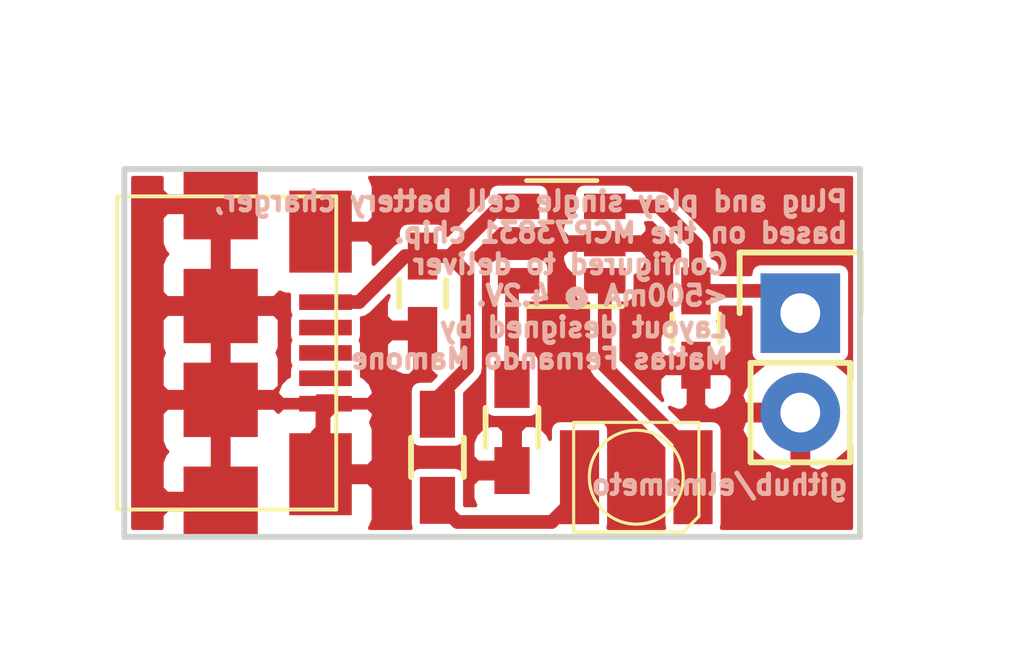
<source format=kicad_pcb>
(kicad_pcb (version 4) (host pcbnew 4.0.5)

  (general
    (links 19)
    (no_connects 0)
    (area 135.686999 100.573999 154.633001 110.122001)
    (thickness 1.6)
    (drawings 6)
    (tracks 25)
    (zones 0)
    (modules 8)
    (nets 7)
  )

  (page A4)
  (layers
    (0 F.Cu signal)
    (31 B.Cu signal)
    (32 B.Adhes user)
    (33 F.Adhes user)
    (34 B.Paste user)
    (35 F.Paste user)
    (36 B.SilkS user)
    (37 F.SilkS user)
    (38 B.Mask user)
    (39 F.Mask user)
    (40 Dwgs.User user)
    (41 Cmts.User user)
    (42 Eco1.User user)
    (43 Eco2.User user)
    (44 Edge.Cuts user)
    (45 Margin user)
    (46 B.CrtYd user)
    (47 F.CrtYd user)
    (48 B.Fab user)
    (49 F.Fab user)
  )

  (setup
    (last_trace_width 0.35)
    (trace_clearance 0.2)
    (zone_clearance 0.1)
    (zone_45_only no)
    (trace_min 0.2)
    (segment_width 0.2)
    (edge_width 0.15)
    (via_size 0.6)
    (via_drill 0.4)
    (via_min_size 0.4)
    (via_min_drill 0.3)
    (uvia_size 0.3)
    (uvia_drill 0.1)
    (uvias_allowed no)
    (uvia_min_size 0.2)
    (uvia_min_drill 0.1)
    (pcb_text_width 0.3)
    (pcb_text_size 0.8 0.8)
    (mod_edge_width 0.15)
    (mod_text_size 0.5 0.5)
    (mod_text_width 0.15)
    (pad_size 1.524 1.524)
    (pad_drill 0.762)
    (pad_to_mask_clearance 0.2)
    (aux_axis_origin 135 115)
    (grid_origin 135 115)
    (visible_elements FFFFFF7F)
    (pcbplotparams
      (layerselection 0x01000_00000000)
      (usegerberextensions false)
      (excludeedgelayer true)
      (linewidth 0.100000)
      (plotframeref false)
      (viasonmask false)
      (mode 1)
      (useauxorigin true)
      (hpglpennumber 1)
      (hpglpenspeed 20)
      (hpglpendiameter 15)
      (hpglpenoverlay 2)
      (psnegative false)
      (psa4output false)
      (plotreference false)
      (plotvalue false)
      (plotinvisibletext false)
      (padsonsilk false)
      (subtractmaskfromsilk false)
      (outputformat 1)
      (mirror false)
      (drillshape 0)
      (scaleselection 1)
      (outputdirectory ""))
  )

  (net 0 "")
  (net 1 "Net-(BT1-Pad1)")
  (net 2 GNDREF)
  (net 3 +5V)
  (net 4 "Net-(D1-Pad1)")
  (net 5 "Net-(D1-Pad2)")
  (net 6 "Net-(R2-Pad2)")

  (net_class Default "Questo è il gruppo di collegamenti predefinito"
    (clearance 0.2)
    (trace_width 0.35)
    (via_dia 0.6)
    (via_drill 0.4)
    (uvia_dia 0.3)
    (uvia_drill 0.1)
    (add_net +5V)
    (add_net GNDREF)
    (add_net "Net-(BT1-Pad1)")
    (add_net "Net-(D1-Pad1)")
    (add_net "Net-(D1-Pad2)")
    (add_net "Net-(R2-Pad2)")
  )

  (module Socket_Strips:Socket_Strip_Straight_1x02 (layer F.Cu) (tedit 58E6609A) (tstamp 58E63681)
    (at 153.034 104.332 270)
    (descr "Through hole socket strip")
    (tags "socket strip")
    (path /58E636F1)
    (fp_text reference BT1 (at -3.048 1.016 270) (layer F.SilkS) hide
      (effects (font (size 1 1) (thickness 0.15)))
    )
    (fp_text value "Li-Ion Cell" (at 0.889 -2.667 270) (layer F.Fab) hide
      (effects (font (size 1 1) (thickness 0.15)))
    )
    (fp_line (start -1.55 1.55) (end 0 1.55) (layer F.SilkS) (width 0.15))
    (fp_line (start 3.81 1.27) (end 1.27 1.27) (layer F.SilkS) (width 0.15))
    (fp_line (start -1.75 -1.75) (end -1.75 1.75) (layer F.CrtYd) (width 0.05))
    (fp_line (start 4.3 -1.75) (end 4.3 1.75) (layer F.CrtYd) (width 0.05))
    (fp_line (start -1.75 -1.75) (end 4.3 -1.75) (layer F.CrtYd) (width 0.05))
    (fp_line (start -1.75 1.75) (end 4.3 1.75) (layer F.CrtYd) (width 0.05))
    (fp_line (start 1.27 1.27) (end 1.27 -1.27) (layer F.SilkS) (width 0.15))
    (fp_line (start 0 -1.55) (end -1.55 -1.55) (layer F.SilkS) (width 0.15))
    (fp_line (start -1.55 -1.55) (end -1.55 1.55) (layer F.SilkS) (width 0.15))
    (fp_line (start 1.27 -1.27) (end 3.81 -1.27) (layer F.SilkS) (width 0.15))
    (fp_line (start 3.81 -1.27) (end 3.81 1.27) (layer F.SilkS) (width 0.15))
    (pad 1 thru_hole rect (at 0 0 270) (size 2.032 2.032) (drill 1.016) (layers *.Cu *.Mask)
      (net 1 "Net-(BT1-Pad1)"))
    (pad 2 thru_hole oval (at 2.54 0 270) (size 2.032 2.032) (drill 1.016) (layers *.Cu *.Mask)
      (net 2 GNDREF))
    (model Socket_Strips.3dshapes/Socket_Strip_Straight_1x02.wrl
      (at (xyz 0.05 0 0))
      (scale (xyz 1 1 1))
      (rotate (xyz 0 0 180))
    )
  )

  (module TO_SOT_Packages_SMD:SOT-23-5 (layer F.Cu) (tedit 58E660AF) (tstamp 58E636B5)
    (at 146.938 102.554 180)
    (descr "5-pin SOT23 package")
    (tags SOT-23-5)
    (path /58E634AB)
    (attr smd)
    (fp_text reference U1 (at 0 -2.9 180) (layer F.SilkS) hide
      (effects (font (size 1 1) (thickness 0.15)))
    )
    (fp_text value MCP73831 (at 5.588 4.572 180) (layer F.Fab) hide
      (effects (font (size 1 1) (thickness 0.15)))
    )
    (fp_line (start -0.9 1.61) (end 0.9 1.61) (layer F.SilkS) (width 0.12))
    (fp_line (start 0.9 -1.61) (end -1.55 -1.61) (layer F.SilkS) (width 0.12))
    (fp_line (start -1.9 -1.8) (end 1.9 -1.8) (layer F.CrtYd) (width 0.05))
    (fp_line (start 1.9 -1.8) (end 1.9 1.8) (layer F.CrtYd) (width 0.05))
    (fp_line (start 1.9 1.8) (end -1.9 1.8) (layer F.CrtYd) (width 0.05))
    (fp_line (start -1.9 1.8) (end -1.9 -1.8) (layer F.CrtYd) (width 0.05))
    (fp_line (start 0.9 -1.55) (end -0.9 -1.55) (layer F.Fab) (width 0.15))
    (fp_line (start -0.9 -1.55) (end -0.9 1.55) (layer F.Fab) (width 0.15))
    (fp_line (start 0.9 1.55) (end -0.9 1.55) (layer F.Fab) (width 0.15))
    (fp_line (start 0.9 -1.55) (end 0.9 1.55) (layer F.Fab) (width 0.15))
    (pad 1 smd rect (at -1.1 -0.95 180) (size 1.06 0.65) (layers F.Cu F.Paste F.Mask)
      (net 4 "Net-(D1-Pad1)"))
    (pad 2 smd rect (at -1.1 0 180) (size 1.06 0.65) (layers F.Cu F.Paste F.Mask)
      (net 2 GNDREF))
    (pad 3 smd rect (at -1.1 0.95 180) (size 1.06 0.65) (layers F.Cu F.Paste F.Mask)
      (net 1 "Net-(BT1-Pad1)"))
    (pad 4 smd rect (at 1.1 0.95 180) (size 1.06 0.65) (layers F.Cu F.Paste F.Mask)
      (net 3 +5V))
    (pad 5 smd rect (at 1.1 -0.95 180) (size 1.06 0.65) (layers F.Cu F.Paste F.Mask)
      (net 6 "Net-(R2-Pad2)"))
    (model TO_SOT_Packages_SMD.3dshapes/SOT-23-5.wrl
      (at (xyz 0 0 0))
      (scale (xyz 1 1 1))
      (rotate (xyz 0 0 0))
    )
  )

  (module Capacitors_SMD:C_0603_HandSoldering (layer F.Cu) (tedit 58E6608F) (tstamp 58E65B92)
    (at 143.382 103.824 90)
    (descr "Capacitor SMD 0603, hand soldering")
    (tags "capacitor 0603")
    (path /58E63F04)
    (attr smd)
    (fp_text reference C1 (at -7.112 4.572 90) (layer F.SilkS) hide
      (effects (font (size 1 1) (thickness 0.15)))
    )
    (fp_text value 4.7uF (at 6.731 3.937 90) (layer F.Fab) hide
      (effects (font (size 1 1) (thickness 0.15)))
    )
    (fp_line (start -0.8 0.4) (end -0.8 -0.4) (layer F.Fab) (width 0.15))
    (fp_line (start 0.8 0.4) (end -0.8 0.4) (layer F.Fab) (width 0.15))
    (fp_line (start 0.8 -0.4) (end 0.8 0.4) (layer F.Fab) (width 0.15))
    (fp_line (start -0.8 -0.4) (end 0.8 -0.4) (layer F.Fab) (width 0.15))
    (fp_line (start -1.85 -0.75) (end 1.85 -0.75) (layer F.CrtYd) (width 0.05))
    (fp_line (start -1.85 0.75) (end 1.85 0.75) (layer F.CrtYd) (width 0.05))
    (fp_line (start -1.85 -0.75) (end -1.85 0.75) (layer F.CrtYd) (width 0.05))
    (fp_line (start 1.85 -0.75) (end 1.85 0.75) (layer F.CrtYd) (width 0.05))
    (fp_line (start -0.35 -0.6) (end 0.35 -0.6) (layer F.SilkS) (width 0.15))
    (fp_line (start 0.35 0.6) (end -0.35 0.6) (layer F.SilkS) (width 0.15))
    (pad 1 smd rect (at -0.95 0 90) (size 1.2 0.75) (layers F.Cu F.Paste F.Mask)
      (net 2 GNDREF))
    (pad 2 smd rect (at 0.95 0 90) (size 1.2 0.75) (layers F.Cu F.Paste F.Mask)
      (net 3 +5V))
    (model Capacitors_SMD.3dshapes/C_0603_HandSoldering.wrl
      (at (xyz 0 0 0))
      (scale (xyz 1 1 1))
      (rotate (xyz 0 0 0))
    )
  )

  (module Capacitors_SMD:C_0603_HandSoldering (layer F.Cu) (tedit 58E66097) (tstamp 58E65B97)
    (at 150.367 104.713 270)
    (descr "Capacitor SMD 0603, hand soldering")
    (tags "capacitor 0603")
    (path /58E636A8)
    (attr smd)
    (fp_text reference C2 (at -3.175 1.524 270) (layer F.SilkS) hide
      (effects (font (size 1 1) (thickness 0.15)))
    )
    (fp_text value 4.7uF (at -0.127 1.524 270) (layer F.Fab) hide
      (effects (font (size 1 1) (thickness 0.15)))
    )
    (fp_line (start -0.8 0.4) (end -0.8 -0.4) (layer F.Fab) (width 0.15))
    (fp_line (start 0.8 0.4) (end -0.8 0.4) (layer F.Fab) (width 0.15))
    (fp_line (start 0.8 -0.4) (end 0.8 0.4) (layer F.Fab) (width 0.15))
    (fp_line (start -0.8 -0.4) (end 0.8 -0.4) (layer F.Fab) (width 0.15))
    (fp_line (start -1.85 -0.75) (end 1.85 -0.75) (layer F.CrtYd) (width 0.05))
    (fp_line (start -1.85 0.75) (end 1.85 0.75) (layer F.CrtYd) (width 0.05))
    (fp_line (start -1.85 -0.75) (end -1.85 0.75) (layer F.CrtYd) (width 0.05))
    (fp_line (start 1.85 -0.75) (end 1.85 0.75) (layer F.CrtYd) (width 0.05))
    (fp_line (start -0.35 -0.6) (end 0.35 -0.6) (layer F.SilkS) (width 0.15))
    (fp_line (start 0.35 0.6) (end -0.35 0.6) (layer F.SilkS) (width 0.15))
    (pad 1 smd rect (at -0.95 0 270) (size 1.2 0.75) (layers F.Cu F.Paste F.Mask)
      (net 1 "Net-(BT1-Pad1)"))
    (pad 2 smd rect (at 0.95 0 270) (size 1.2 0.75) (layers F.Cu F.Paste F.Mask)
      (net 2 GNDREF))
    (model Capacitors_SMD.3dshapes/C_0603_HandSoldering.wrl
      (at (xyz 0 0 0))
      (scale (xyz 1 1 1))
      (rotate (xyz 0 0 0))
    )
  )

  (module foots:LED_3528 (layer F.Cu) (tedit 58E66083) (tstamp 58E65B9C)
    (at 148.843 108.523 90)
    (path /58E635B0)
    (fp_text reference D1 (at 11.25 -2.25 90) (layer F.SilkS) hide
      (effects (font (size 1 1) (thickness 0.15)))
    )
    (fp_text value LED (at 9.75 3.75 90) (layer F.Fab) hide
      (effects (font (size 1 1) (thickness 0.15)))
    )
    (fp_line (start 1.4 1.6) (end -1 1.6) (layer F.SilkS) (width 0.08))
    (fp_line (start -1 1.6) (end -1.4 1.2) (layer F.SilkS) (width 0.08))
    (fp_line (start -1.4 1.2) (end -1.4 -1.6) (layer F.SilkS) (width 0.08))
    (fp_circle (center 0 0) (end 1.2 0) (layer F.SilkS) (width 0.08))
    (fp_line (start 1.4 1.6) (end 1.4 -1.6) (layer F.SilkS) (width 0.08))
    (fp_line (start 1.4 -1.6) (end -1.4 -1.6) (layer F.SilkS) (width 0.08))
    (pad 1 smd rect (at 0 1.45 90) (size 2.4 1) (layers F.Cu F.Paste F.Mask)
      (net 4 "Net-(D1-Pad1)"))
    (pad 2 smd rect (at 0 -1.45 90) (size 2.4 1) (layers F.Cu F.Paste F.Mask)
      (net 5 "Net-(D1-Pad2)"))
  )

  (module Resistors_SMD:R_0603_HandSoldering (layer F.Cu) (tedit 58E660A8) (tstamp 58E65BA1)
    (at 143.763 108.015 270)
    (descr "Resistor SMD 0603, hand soldering")
    (tags "resistor 0603")
    (path /58E639E4)
    (attr smd)
    (fp_text reference R1 (at 1.27 1.524 270) (layer F.SilkS) hide
      (effects (font (size 1 1) (thickness 0.15)))
    )
    (fp_text value 470R (at 1.27 3.302 270) (layer F.Fab) hide
      (effects (font (size 1 1) (thickness 0.15)))
    )
    (fp_line (start -0.8 0.4) (end -0.8 -0.4) (layer F.Fab) (width 0.1))
    (fp_line (start 0.8 0.4) (end -0.8 0.4) (layer F.Fab) (width 0.1))
    (fp_line (start 0.8 -0.4) (end 0.8 0.4) (layer F.Fab) (width 0.1))
    (fp_line (start -0.8 -0.4) (end 0.8 -0.4) (layer F.Fab) (width 0.1))
    (fp_line (start -2 -0.8) (end 2 -0.8) (layer F.CrtYd) (width 0.05))
    (fp_line (start -2 0.8) (end 2 0.8) (layer F.CrtYd) (width 0.05))
    (fp_line (start -2 -0.8) (end -2 0.8) (layer F.CrtYd) (width 0.05))
    (fp_line (start 2 -0.8) (end 2 0.8) (layer F.CrtYd) (width 0.05))
    (fp_line (start 0.5 0.675) (end -0.5 0.675) (layer F.SilkS) (width 0.15))
    (fp_line (start -0.5 -0.675) (end 0.5 -0.675) (layer F.SilkS) (width 0.15))
    (pad 1 smd rect (at -1.1 0 270) (size 1.2 0.9) (layers F.Cu F.Paste F.Mask)
      (net 3 +5V))
    (pad 2 smd rect (at 1.1 0 270) (size 1.2 0.9) (layers F.Cu F.Paste F.Mask)
      (net 5 "Net-(D1-Pad2)"))
    (model Resistors_SMD.3dshapes/R_0603_HandSoldering.wrl
      (at (xyz 0 0 0))
      (scale (xyz 1 1 1))
      (rotate (xyz 0 0 0))
    )
  )

  (module Resistors_SMD:R_0603_HandSoldering (layer F.Cu) (tedit 58E660A1) (tstamp 58E65BA6)
    (at 145.668 107.253 90)
    (descr "Resistor SMD 0603, hand soldering")
    (tags "resistor 0603")
    (path /58E63C6A)
    (attr smd)
    (fp_text reference R2 (at -4.826 -2.667 90) (layer F.SilkS) hide
      (effects (font (size 1 1) (thickness 0.15)))
    )
    (fp_text value 3k3 (at -4.572 -0.889 90) (layer F.Fab) hide
      (effects (font (size 1 1) (thickness 0.15)))
    )
    (fp_line (start -0.8 0.4) (end -0.8 -0.4) (layer F.Fab) (width 0.1))
    (fp_line (start 0.8 0.4) (end -0.8 0.4) (layer F.Fab) (width 0.1))
    (fp_line (start 0.8 -0.4) (end 0.8 0.4) (layer F.Fab) (width 0.1))
    (fp_line (start -0.8 -0.4) (end 0.8 -0.4) (layer F.Fab) (width 0.1))
    (fp_line (start -2 -0.8) (end 2 -0.8) (layer F.CrtYd) (width 0.05))
    (fp_line (start -2 0.8) (end 2 0.8) (layer F.CrtYd) (width 0.05))
    (fp_line (start -2 -0.8) (end -2 0.8) (layer F.CrtYd) (width 0.05))
    (fp_line (start 2 -0.8) (end 2 0.8) (layer F.CrtYd) (width 0.05))
    (fp_line (start 0.5 0.675) (end -0.5 0.675) (layer F.SilkS) (width 0.15))
    (fp_line (start -0.5 -0.675) (end 0.5 -0.675) (layer F.SilkS) (width 0.15))
    (pad 1 smd rect (at -1.1 0 90) (size 1.2 0.9) (layers F.Cu F.Paste F.Mask)
      (net 2 GNDREF))
    (pad 2 smd rect (at 1.1 0 90) (size 1.2 0.9) (layers F.Cu F.Paste F.Mask)
      (net 6 "Net-(R2-Pad2)"))
    (model Resistors_SMD.3dshapes/R_0603_HandSoldering.wrl
      (at (xyz 0 0 0))
      (scale (xyz 1 1 1))
      (rotate (xyz 0 0 0))
    )
  )

  (module foots:MICRO-B_USB (layer F.Cu) (tedit 58E66A9E) (tstamp 58E66A91)
    (at 136.778 105.348 270)
    (path /58E63473)
    (fp_text reference J1 (at 0 -5.842 270) (layer F.SilkS) hide
      (effects (font (size 0.762 0.762) (thickness 0.127)))
    )
    (fp_text value USB_OTG (at -0.05 2.09 270) (layer F.SilkS) hide
      (effects (font (size 0.762 0.762) (thickness 0.127)))
    )
    (fp_line (start -4.0005 1.00076) (end -4.0005 1.19888) (layer F.SilkS) (width 0.09906))
    (fp_line (start 4.0005 1.00076) (end 4.0005 1.19888) (layer F.SilkS) (width 0.09906))
    (fp_line (start -4.0005 -4.39928) (end 4.0005 -4.39928) (layer F.SilkS) (width 0.09906))
    (fp_line (start 4.0005 -4.39928) (end 4.0005 1.00076) (layer F.SilkS) (width 0.09906))
    (fp_line (start 4.0005 1.19888) (end -4.0005 1.19888) (layer F.SilkS) (width 0.09906))
    (fp_line (start -4.0005 1.00076) (end -4.0005 -4.39928) (layer F.SilkS) (width 0.09906))
    (pad 6 smd rect (at -1.19888 -1.4478 270) (size 1.89738 1.89738) (layers F.Cu F.Paste F.Mask)
      (net 2 GNDREF))
    (pad 6 smd rect (at 1.19888 -1.4478 270) (size 1.89992 1.89738) (layers F.Cu F.Paste F.Mask)
      (net 2 GNDREF))
    (pad 6 smd rect (at 3.79984 -1.4478 270) (size 1.79578 1.89738) (layers F.Cu F.Paste F.Mask)
      (net 2 GNDREF))
    (pad 6 smd rect (at -3.0988 -3.99796 270) (size 2.0955 1.59766) (layers F.Cu F.Paste F.Mask)
      (net 2 GNDREF))
    (pad 1 smd rect (at -1.29794 -4.12496 270) (size 0.39878 1.3462) (layers F.Cu F.Paste F.Mask)
      (net 3 +5V) (clearance 0.2032))
    (pad 2 smd rect (at -0.6477 -4.12496 270) (size 0.39878 1.3462) (layers F.Cu F.Paste F.Mask)
      (clearance 0.2032))
    (pad 3 smd rect (at 0 -4.12496 270) (size 0.39878 1.3462) (layers F.Cu F.Paste F.Mask)
      (clearance 0.2032))
    (pad 4 smd rect (at 0.6477 -4.12496 270) (size 0.39878 1.3462) (layers F.Cu F.Paste F.Mask)
      (clearance 0.2032))
    (pad 5 smd rect (at 1.29794 -4.12496 270) (size 0.39878 1.3462) (layers F.Cu F.Paste F.Mask)
      (net 2 GNDREF) (clearance 0.2032))
    (pad 6 smd rect (at 3.0988 -3.99796 270) (size 2.0955 1.59766) (layers F.Cu F.Paste F.Mask)
      (net 2 GNDREF))
    (pad 6 smd rect (at -3.79984 -1.4478 270) (size 1.79578 1.89738) (layers F.Cu F.Paste F.Mask)
      (net 2 GNDREF))
  )

  (gr_text "Plug and play single cell battery charger, \nbased on the MCP73831 chip.\n        Configured to deliver \n        <500mA @ 4.2V.\n        Layout designed by \n        Matias Fernando Mamone\n\n\n\ngithub/elmameto" (at 154.304 105.094) (layer B.SilkS)
    (effects (font (size 0.5 0.5) (thickness 0.125)) (justify left mirror))
  )
  (gr_line (start 135.762 100.649) (end 135.762 110.047) (angle 90) (layer Edge.Cuts) (width 0.15))
  (gr_line (start 154.558 100.649) (end 135.762 100.649) (angle 90) (layer Edge.Cuts) (width 0.15))
  (gr_line (start 154.558 100.776) (end 154.558 100.649) (angle 90) (layer Edge.Cuts) (width 0.15))
  (gr_line (start 154.558 110.047) (end 154.558 100.776) (angle 90) (layer Edge.Cuts) (width 0.15))
  (gr_line (start 135.762 110.047) (end 154.558 110.047) (angle 90) (layer Edge.Cuts) (width 0.15))

  (segment (start 150.367 103.763) (end 152.465 103.763) (width 0.35) (layer F.Cu) (net 1))
  (segment (start 152.465 103.763) (end 153.034 104.332) (width 0.35) (layer F.Cu) (net 1) (tstamp 58E65F18))
  (segment (start 148.038 101.604) (end 149.417 101.604) (width 0.35) (layer F.Cu) (net 1))
  (segment (start 150.367 102.554) (end 150.367 103.763) (width 0.35) (layer F.Cu) (net 1) (tstamp 58E65F15))
  (segment (start 149.417 101.604) (end 150.367 102.554) (width 0.35) (layer F.Cu) (net 1) (tstamp 58E65F14))
  (segment (start 143.763 106.915) (end 143.763 106.491) (width 0.35) (layer F.Cu) (net 3))
  (segment (start 143.763 106.491) (end 144.525 105.729) (width 0.35) (layer F.Cu) (net 3) (tstamp 58E65F8F))
  (segment (start 144.525 105.729) (end 144.525 103.321) (width 0.35) (layer F.Cu) (net 3) (tstamp 58E65F90))
  (segment (start 144.525 103.321) (end 144.078 102.874) (width 0.35) (layer F.Cu) (net 3) (tstamp 58E65F91))
  (segment (start 144.078 102.874) (end 145.348 101.604) (width 0.35) (layer F.Cu) (net 3) (tstamp 58E65F10))
  (segment (start 143.382 102.874) (end 144.078 102.874) (width 0.35) (layer F.Cu) (net 3))
  (segment (start 145.348 101.604) (end 145.838 101.604) (width 0.35) (layer F.Cu) (net 3) (tstamp 58E65F11))
  (segment (start 141.00754 104.0471) (end 141.7619 104.0471) (width 0.35) (layer F.Cu) (net 3))
  (segment (start 142.935 102.874) (end 143.382 102.874) (width 0.35) (layer F.Cu) (net 3) (tstamp 58E65F0D))
  (segment (start 141.7619 104.0471) (end 142.935 102.874) (width 0.35) (layer F.Cu) (net 3) (tstamp 58E65F0C))
  (segment (start 150.293 108.523) (end 150.293 107.941) (width 0.35) (layer F.Cu) (net 4))
  (segment (start 150.293 107.941) (end 148.038 105.686) (width 0.35) (layer F.Cu) (net 4) (tstamp 58E65F20))
  (segment (start 148.038 105.686) (end 148.038 103.504) (width 0.35) (layer F.Cu) (net 4) (tstamp 58E65F21))
  (segment (start 143.763 109.115) (end 143.763 109.158) (width 0.35) (layer F.Cu) (net 5))
  (segment (start 143.763 109.158) (end 144.271 109.666) (width 0.35) (layer F.Cu) (net 5) (tstamp 58E65F86))
  (segment (start 144.271 109.666) (end 146.684 109.666) (width 0.35) (layer F.Cu) (net 5) (tstamp 58E65F87))
  (segment (start 146.684 109.666) (end 147.393 108.957) (width 0.35) (layer F.Cu) (net 5) (tstamp 58E65F88))
  (segment (start 147.393 108.957) (end 147.393 108.523) (width 0.35) (layer F.Cu) (net 5) (tstamp 58E65F89))
  (segment (start 145.668 106.153) (end 145.668 103.674) (width 0.35) (layer F.Cu) (net 6))
  (segment (start 145.668 103.674) (end 145.838 103.504) (width 0.35) (layer F.Cu) (net 6) (tstamp 58E65F8C))

  (zone (net 2) (net_name GNDREF) (layer F.Cu) (tstamp 58E65F94) (hatch edge 0.508)
    (connect_pads (clearance 0.1))
    (min_thickness 0.1)
    (fill yes (arc_segments 16) (thermal_gap 0.508) (thermal_bridge_width 0.508) (smoothing chamfer) (radius 1))
    (polygon
      (pts
        (xy 134.238 112.587) (xy 158.368 112.587) (xy 158.749 96.458) (xy 132.714 96.331) (xy 132.587 113.476)
      )
    )
    (filled_polygon
      (pts
        (xy 136.71911 101.20466) (xy 136.85861 101.34416) (xy 138.0218 101.34416) (xy 138.0218 101.32416) (xy 138.4298 101.32416)
        (xy 138.4298 101.34416) (xy 138.4498 101.34416) (xy 138.4498 101.75216) (xy 138.4298 101.75216) (xy 138.4298 103.94512)
        (xy 139.59299 103.94512) (xy 139.73249 103.80562) (xy 139.73249 103.799591) (xy 139.866137 103.85495) (xy 139.9717 103.85495)
        (xy 139.9717 104.24945) (xy 139.989355 104.34328) (xy 140.00961 104.374756) (xy 139.992039 104.400471) (xy 139.9717 104.50091)
        (xy 139.9717 104.89969) (xy 139.989355 104.99352) (xy 140.008768 105.023688) (xy 139.992039 105.048171) (xy 139.9717 105.14861)
        (xy 139.9717 105.54739) (xy 139.989355 105.64122) (xy 140.008768 105.671388) (xy 139.992039 105.695871) (xy 139.9717 105.79631)
        (xy 139.9717 105.949509) (xy 139.913778 105.973501) (xy 139.75681 106.130468) (xy 139.73249 106.189182) (xy 139.73249 105.485927)
        (xy 139.675096 105.347365) (xy 139.73249 105.208803) (xy 139.73249 104.49262) (xy 139.59299 104.35312) (xy 138.4298 104.35312)
        (xy 138.4298 106.34288) (xy 139.59299 106.34288) (xy 139.722451 106.213419) (xy 139.67186 106.335557) (xy 139.67186 106.406745)
        (xy 139.81136 106.546245) (xy 140.69896 106.546245) (xy 140.69896 106.45325) (xy 141.10696 106.45325) (xy 141.10696 106.546245)
        (xy 141.99456 106.546245) (xy 142.13406 106.406745) (xy 142.13406 106.335557) (xy 142.04911 106.130468) (xy 141.892142 105.973501)
        (xy 141.83422 105.949509) (xy 141.83422 105.79631) (xy 141.816565 105.70248) (xy 141.797152 105.672312) (xy 141.813881 105.647829)
        (xy 141.83422 105.54739) (xy 141.83422 105.14861) (xy 141.828367 105.1175) (xy 142.449 105.1175) (xy 142.449 105.484993)
        (xy 142.53395 105.690082) (xy 142.690918 105.847049) (xy 142.896007 105.932) (xy 143.055 105.932) (xy 143.1945 105.7925)
        (xy 143.1945 104.978) (xy 142.5885 104.978) (xy 142.449 105.1175) (xy 141.828367 105.1175) (xy 141.816565 105.05478)
        (xy 141.797152 105.024612) (xy 141.813881 105.000129) (xy 141.83422 104.89969) (xy 141.83422 104.50091) (xy 141.826386 104.459273)
        (xy 141.897557 104.445116) (xy 141.924541 104.439749) (xy 142.06242 104.34762) (xy 142.521101 103.888939) (xy 142.449 104.063007)
        (xy 142.449 104.4305) (xy 142.5885 104.57) (xy 143.1945 104.57) (xy 143.1945 104.55) (xy 143.5695 104.55)
        (xy 143.5695 104.57) (xy 143.606 104.57) (xy 143.606 104.978) (xy 143.5695 104.978) (xy 143.5695 105.7925)
        (xy 143.709 105.932) (xy 143.72096 105.932) (xy 143.592857 106.060103) (xy 143.313 106.060103) (xy 143.220356 106.077535)
        (xy 143.135268 106.132288) (xy 143.078185 106.215831) (xy 143.058103 106.315) (xy 143.058103 107.515) (xy 143.075535 107.607644)
        (xy 143.130288 107.692732) (xy 143.213831 107.749815) (xy 143.313 107.769897) (xy 144.213 107.769897) (xy 144.305644 107.752465)
        (xy 144.390732 107.697712) (xy 144.428793 107.642007) (xy 144.66 107.642007) (xy 144.66 108.0095) (xy 144.7995 108.149)
        (xy 145.464 108.149) (xy 145.464 107.3345) (xy 145.3245 107.195) (xy 145.107007 107.195) (xy 144.901918 107.279951)
        (xy 144.74495 107.436918) (xy 144.66 107.642007) (xy 144.428793 107.642007) (xy 144.447815 107.614169) (xy 144.467897 107.515)
        (xy 144.467897 106.387144) (xy 144.825521 106.02952) (xy 144.917649 105.891641) (xy 144.95 105.729) (xy 144.95 105.553)
        (xy 144.963103 105.553) (xy 144.963103 106.753) (xy 144.980535 106.845644) (xy 145.035288 106.930732) (xy 145.118831 106.987815)
        (xy 145.218 107.007897) (xy 146.118 107.007897) (xy 146.210644 106.990465) (xy 146.295732 106.935712) (xy 146.352815 106.852169)
        (xy 146.372897 106.753) (xy 146.372897 105.553) (xy 146.355465 105.460356) (xy 146.300712 105.375268) (xy 146.217169 105.318185)
        (xy 146.118 105.298103) (xy 146.093 105.298103) (xy 146.093 104.083897) (xy 146.368 104.083897) (xy 146.460644 104.066465)
        (xy 146.545732 104.011712) (xy 146.602815 103.928169) (xy 146.622897 103.829) (xy 146.622897 103.179) (xy 146.605465 103.086356)
        (xy 146.550712 103.001268) (xy 146.467169 102.944185) (xy 146.368 102.924103) (xy 145.308 102.924103) (xy 145.215356 102.941535)
        (xy 145.130268 102.996288) (xy 145.073185 103.079831) (xy 145.053103 103.179) (xy 145.053103 103.829) (xy 145.070535 103.921644)
        (xy 145.125288 104.006732) (xy 145.208831 104.063815) (xy 145.243 104.070734) (xy 145.243 105.298103) (xy 145.218 105.298103)
        (xy 145.125356 105.315535) (xy 145.040268 105.370288) (xy 144.983185 105.453831) (xy 144.963103 105.553) (xy 144.95 105.553)
        (xy 144.95 103.321) (xy 144.917649 103.15836) (xy 144.866082 103.081185) (xy 144.82552 103.020479) (xy 144.67904 102.874)
        (xy 145.369144 102.183897) (xy 146.368 102.183897) (xy 146.460644 102.166465) (xy 146.545732 102.111712) (xy 146.602815 102.028169)
        (xy 146.622897 101.929) (xy 146.622897 101.279) (xy 146.605465 101.186356) (xy 146.550712 101.101268) (xy 146.467169 101.044185)
        (xy 146.368 101.024103) (xy 145.308 101.024103) (xy 145.215356 101.041535) (xy 145.130268 101.096288) (xy 145.073185 101.179831)
        (xy 145.053103 101.279) (xy 145.053103 101.299722) (xy 145.047479 101.30348) (xy 144.011897 102.339063) (xy 144.011897 102.274)
        (xy 143.994465 102.181356) (xy 143.939712 102.096268) (xy 143.856169 102.039185) (xy 143.757 102.019103) (xy 143.007 102.019103)
        (xy 142.914356 102.036535) (xy 142.829268 102.091288) (xy 142.772185 102.174831) (xy 142.752103 102.274) (xy 142.752103 102.494886)
        (xy 142.63448 102.57348) (xy 142.13279 103.07517) (xy 142.13279 102.5927) (xy 141.99329 102.4532) (xy 140.97996 102.4532)
        (xy 140.97996 102.4732) (xy 140.57196 102.4732) (xy 140.57196 102.4532) (xy 140.55196 102.4532) (xy 140.55196 102.0452)
        (xy 140.57196 102.0452) (xy 140.57196 102.0252) (xy 140.97996 102.0252) (xy 140.97996 102.0452) (xy 141.99329 102.0452)
        (xy 142.13279 101.9057) (xy 142.13279 101.090457) (xy 142.04784 100.885368) (xy 142.036472 100.874) (xy 154.333 100.874)
        (xy 154.333 106.025148) (xy 154.258159 105.882577) (xy 153.922515 105.602897) (xy 154.05 105.602897) (xy 154.142644 105.585465)
        (xy 154.227732 105.530712) (xy 154.284815 105.447169) (xy 154.304897 105.348) (xy 154.304897 103.316) (xy 154.287465 103.223356)
        (xy 154.232712 103.138268) (xy 154.149169 103.081185) (xy 154.05 103.061103) (xy 152.018 103.061103) (xy 151.925356 103.078535)
        (xy 151.840268 103.133288) (xy 151.783185 103.216831) (xy 151.763103 103.316) (xy 151.763103 103.338) (xy 150.996897 103.338)
        (xy 150.996897 103.163) (xy 150.979465 103.070356) (xy 150.924712 102.985268) (xy 150.841169 102.928185) (xy 150.792 102.918228)
        (xy 150.792 102.554) (xy 150.77195 102.4532) (xy 150.759649 102.391359) (xy 150.66752 102.25348) (xy 149.71752 101.30348)
        (xy 149.579641 101.211351) (xy 149.546002 101.20466) (xy 149.417 101.179) (xy 148.800732 101.179) (xy 148.750712 101.101268)
        (xy 148.667169 101.044185) (xy 148.568 101.024103) (xy 147.508 101.024103) (xy 147.415356 101.041535) (xy 147.330268 101.096288)
        (xy 147.273185 101.179831) (xy 147.253103 101.279) (xy 147.253103 101.730607) (xy 147.191918 101.75595) (xy 147.034951 101.912918)
        (xy 146.95 102.118007) (xy 146.95 102.252) (xy 147.0895 102.3915) (xy 147.834 102.3915) (xy 147.834 102.33)
        (xy 148.242 102.33) (xy 148.242 102.3915) (xy 148.9865 102.3915) (xy 149.126 102.252) (xy 149.126 102.118007)
        (xy 149.089132 102.029) (xy 149.24096 102.029) (xy 149.942 102.73004) (xy 149.942 102.917511) (xy 149.899356 102.925535)
        (xy 149.814268 102.980288) (xy 149.757185 103.063831) (xy 149.737103 103.163) (xy 149.737103 104.363) (xy 149.754535 104.455644)
        (xy 149.806227 104.535975) (xy 149.675918 104.589951) (xy 149.51895 104.746918) (xy 149.434 104.952007) (xy 149.434 105.3195)
        (xy 149.5735 105.459) (xy 150.1795 105.459) (xy 150.1795 105.439) (xy 150.5545 105.439) (xy 150.5545 105.459)
        (xy 151.1605 105.459) (xy 151.3 105.3195) (xy 151.3 104.952007) (xy 151.21505 104.746918) (xy 151.058082 104.589951)
        (xy 150.926691 104.535527) (xy 150.976815 104.462169) (xy 150.996897 104.363) (xy 150.996897 104.188) (xy 151.763103 104.188)
        (xy 151.763103 105.348) (xy 151.780535 105.440644) (xy 151.835288 105.525732) (xy 151.918831 105.582815) (xy 152.018 105.602897)
        (xy 152.145485 105.602897) (xy 151.809841 105.882577) (xy 151.524389 106.426358) (xy 151.612761 106.668) (xy 152.83 106.668)
        (xy 152.83 106.648) (xy 153.238 106.648) (xy 153.238 106.668) (xy 153.258 106.668) (xy 153.258 107.076)
        (xy 153.238 107.076) (xy 153.238 108.291921) (xy 153.479639 108.381596) (xy 153.78634 108.254573) (xy 154.258159 107.861423)
        (xy 154.333 107.718852) (xy 154.333 109.822) (xy 151.027849 109.822) (xy 151.047897 109.723) (xy 151.047897 107.323)
        (xy 151.046889 107.317642) (xy 151.524389 107.317642) (xy 151.809841 107.861423) (xy 152.28166 108.254573) (xy 152.588361 108.381596)
        (xy 152.83 108.291921) (xy 152.83 107.076) (xy 151.612761 107.076) (xy 151.524389 107.317642) (xy 151.046889 107.317642)
        (xy 151.030465 107.230356) (xy 150.975712 107.145268) (xy 150.892169 107.088185) (xy 150.793 107.068103) (xy 150.021144 107.068103)
        (xy 149.698403 106.745363) (xy 149.881007 106.821) (xy 150.04 106.821) (xy 150.1795 106.6815) (xy 150.1795 105.867)
        (xy 150.5545 105.867) (xy 150.5545 106.6815) (xy 150.694 106.821) (xy 150.852993 106.821) (xy 151.058082 106.736049)
        (xy 151.21505 106.579082) (xy 151.3 106.373993) (xy 151.3 106.0065) (xy 151.1605 105.867) (xy 150.5545 105.867)
        (xy 150.1795 105.867) (xy 149.5735 105.867) (xy 149.434 106.0065) (xy 149.434 106.373993) (xy 149.509636 106.556595)
        (xy 148.463 105.50996) (xy 148.463 104.083897) (xy 148.568 104.083897) (xy 148.660644 104.066465) (xy 148.745732 104.011712)
        (xy 148.802815 103.928169) (xy 148.822897 103.829) (xy 148.822897 103.377393) (xy 148.884082 103.35205) (xy 149.041049 103.195082)
        (xy 149.126 102.989993) (xy 149.126 102.856) (xy 148.9865 102.7165) (xy 148.242 102.7165) (xy 148.242 102.778)
        (xy 147.834 102.778) (xy 147.834 102.7165) (xy 147.0895 102.7165) (xy 146.95 102.856) (xy 146.95 102.989993)
        (xy 147.034951 103.195082) (xy 147.191918 103.35205) (xy 147.253103 103.377393) (xy 147.253103 103.829) (xy 147.270535 103.921644)
        (xy 147.325288 104.006732) (xy 147.408831 104.063815) (xy 147.508 104.083897) (xy 147.613 104.083897) (xy 147.613 105.686)
        (xy 147.622238 105.732441) (xy 147.645351 105.848641) (xy 147.73748 105.98652) (xy 149.538103 107.787144) (xy 149.538103 109.723)
        (xy 149.555535 109.815644) (xy 149.559625 109.822) (xy 148.127849 109.822) (xy 148.147897 109.723) (xy 148.147897 107.323)
        (xy 148.130465 107.230356) (xy 148.075712 107.145268) (xy 147.992169 107.088185) (xy 147.893 107.068103) (xy 146.893 107.068103)
        (xy 146.800356 107.085535) (xy 146.715268 107.140288) (xy 146.658185 107.223831) (xy 146.638103 107.323) (xy 146.638103 107.550515)
        (xy 146.59105 107.436918) (xy 146.434082 107.279951) (xy 146.228993 107.195) (xy 146.0115 107.195) (xy 145.872 107.3345)
        (xy 145.872 108.149) (xy 145.892 108.149) (xy 145.892 108.557) (xy 145.872 108.557) (xy 145.872 108.577)
        (xy 145.464 108.577) (xy 145.464 108.557) (xy 144.7995 108.557) (xy 144.66 108.6965) (xy 144.66 109.063993)
        (xy 144.733318 109.241) (xy 144.467897 109.241) (xy 144.467897 108.515) (xy 144.450465 108.422356) (xy 144.395712 108.337268)
        (xy 144.312169 108.280185) (xy 144.213 108.260103) (xy 143.313 108.260103) (xy 143.220356 108.277535) (xy 143.135268 108.332288)
        (xy 143.078185 108.415831) (xy 143.058103 108.515) (xy 143.058103 109.715) (xy 143.075535 109.807644) (xy 143.084773 109.822)
        (xy 142.036472 109.822) (xy 142.04784 109.810632) (xy 142.13279 109.605543) (xy 142.13279 108.7903) (xy 141.99329 108.6508)
        (xy 140.97996 108.6508) (xy 140.97996 108.6708) (xy 140.57196 108.6708) (xy 140.57196 108.6508) (xy 140.55196 108.6508)
        (xy 140.55196 108.2428) (xy 140.57196 108.2428) (xy 140.57196 107.39083) (xy 140.69896 107.26383) (xy 140.69896 106.98055)
        (xy 140.97996 106.98055) (xy 140.97996 108.2428) (xy 141.99329 108.2428) (xy 142.13279 108.1033) (xy 142.13279 107.288057)
        (xy 142.064721 107.123723) (xy 142.13406 106.956323) (xy 142.13406 106.885135) (xy 141.99456 106.745635) (xy 141.10696 106.745635)
        (xy 141.10696 106.85355) (xy 140.97996 106.98055) (xy 140.69896 106.98055) (xy 140.69896 106.745635) (xy 139.81136 106.745635)
        (xy 139.699553 106.857443) (xy 139.59299 106.75088) (xy 138.4298 106.75088) (xy 138.4298 108.94384) (xy 138.4498 108.94384)
        (xy 138.4498 109.35184) (xy 138.4298 109.35184) (xy 138.4298 109.37184) (xy 138.0218 109.37184) (xy 138.0218 109.35184)
        (xy 136.85861 109.35184) (xy 136.71911 109.49134) (xy 136.71911 109.822) (xy 135.987 109.822) (xy 135.987 106.89038)
        (xy 136.71911 106.89038) (xy 136.71911 107.607833) (xy 136.80406 107.812922) (xy 136.864533 107.873395) (xy 136.80406 107.933868)
        (xy 136.71911 108.138957) (xy 136.71911 108.80434) (xy 136.85861 108.94384) (xy 138.0218 108.94384) (xy 138.0218 106.75088)
        (xy 136.85861 106.75088) (xy 136.71911 106.89038) (xy 135.987 106.89038) (xy 135.987 104.49262) (xy 136.71911 104.49262)
        (xy 136.71911 105.208803) (xy 136.776504 105.347365) (xy 136.71911 105.485927) (xy 136.71911 106.20338) (xy 136.85861 106.34288)
        (xy 138.0218 106.34288) (xy 138.0218 104.35312) (xy 136.85861 104.35312) (xy 136.71911 104.49262) (xy 135.987 104.49262)
        (xy 135.987 101.89166) (xy 136.71911 101.89166) (xy 136.71911 102.557043) (xy 136.80406 102.762132) (xy 136.865168 102.82324)
        (xy 136.80406 102.884348) (xy 136.71911 103.089437) (xy 136.71911 103.80562) (xy 136.85861 103.94512) (xy 138.0218 103.94512)
        (xy 138.0218 101.75216) (xy 136.85861 101.75216) (xy 136.71911 101.89166) (xy 135.987 101.89166) (xy 135.987 100.874)
        (xy 136.71911 100.874)
      )
    )
  )
)

</source>
